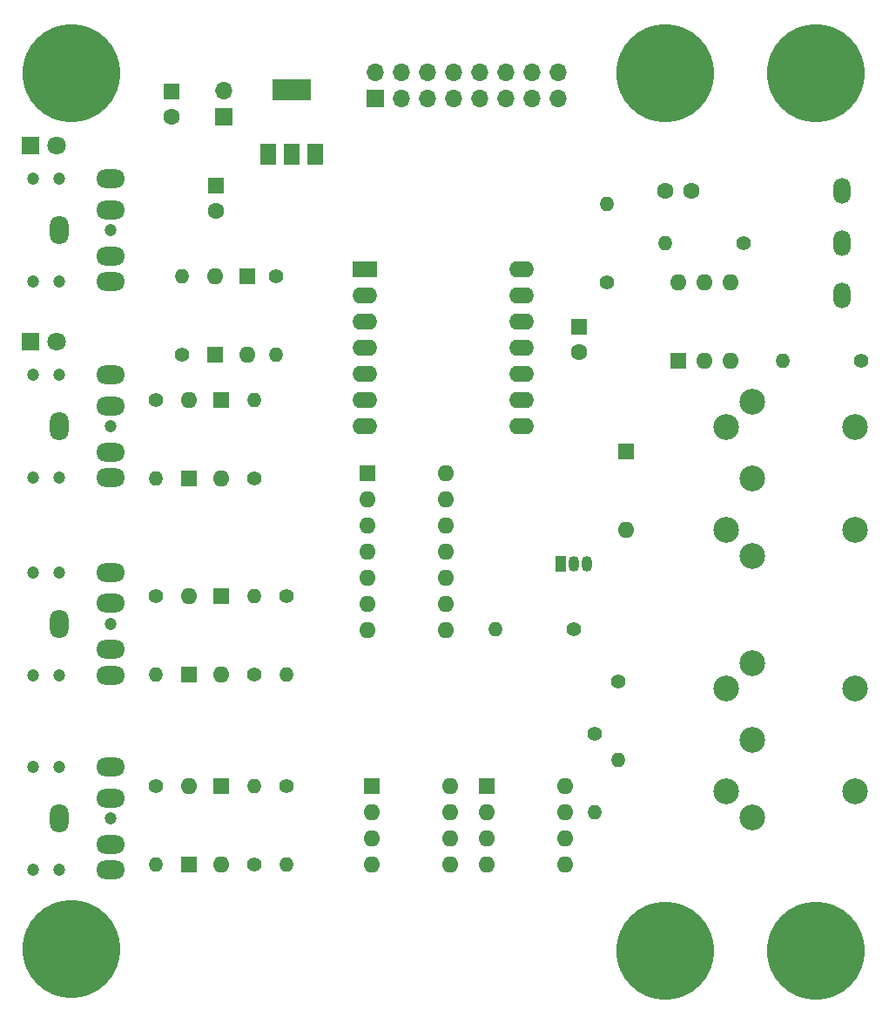
<source format=gts>
%TF.GenerationSoftware,KiCad,Pcbnew,(6.0.1)*%
%TF.CreationDate,2022-09-24T11:45:24-04:00*%
%TF.ProjectId,SYNTH-MIDI-CTL-01,53594e54-482d-44d4-9944-492d43544c2d,1*%
%TF.SameCoordinates,Original*%
%TF.FileFunction,Soldermask,Top*%
%TF.FilePolarity,Negative*%
%FSLAX46Y46*%
G04 Gerber Fmt 4.6, Leading zero omitted, Abs format (unit mm)*
G04 Created by KiCad (PCBNEW (6.0.1)) date 2022-09-24 11:45:24*
%MOMM*%
%LPD*%
G01*
G04 APERTURE LIST*
%ADD10R,1.600000X1.600000*%
%ADD11C,1.600000*%
%ADD12O,1.600000X1.600000*%
%ADD13C,9.525000*%
%ADD14O,1.651000X2.540000*%
%ADD15C,1.400000*%
%ADD16O,1.400000X1.400000*%
%ADD17C,1.200000*%
%ADD18O,2.800000X1.800000*%
%ADD19O,1.800000X2.800000*%
%ADD20C,2.500000*%
%ADD21R,1.700000X1.700000*%
%ADD22O,1.700000X1.700000*%
%ADD23R,1.050000X1.500000*%
%ADD24O,1.050000X1.500000*%
%ADD25R,2.400000X1.600000*%
%ADD26O,2.400000X1.600000*%
%ADD27R,1.800000X1.800000*%
%ADD28C,1.800000*%
%ADD29R,1.500000X2.000000*%
%ADD30R,3.800000X2.000000*%
G04 APERTURE END LIST*
D10*
%TO.C,C3*%
X106172000Y-39434888D03*
D11*
X106172000Y-41934888D03*
%TD*%
D10*
%TO.C,D4*%
X106680000Y-60325000D03*
D12*
X106680000Y-67945000D03*
%TD*%
D10*
%TO.C,C2*%
X141478000Y-53150888D03*
D11*
X141478000Y-55650888D03*
%TD*%
D10*
%TO.C,D9*%
X106680000Y-97790000D03*
D12*
X106680000Y-105410000D03*
%TD*%
D13*
%TO.C,MTG2*%
X92075000Y-113665000D03*
%TD*%
D14*
%TO.C,RV1*%
X167005000Y-40010000D03*
X167005000Y-45090000D03*
X167005000Y-50170000D03*
%TD*%
D13*
%TO.C,MTG3*%
X164465000Y-28575000D03*
%TD*%
%TO.C,MTG6*%
X149860000Y-113792000D03*
%TD*%
D15*
%TO.C,R8*%
X100330000Y-79375000D03*
D16*
X100330000Y-86995000D03*
%TD*%
D15*
%TO.C,R6*%
X100330000Y-60325000D03*
D16*
X100330000Y-67945000D03*
%TD*%
D15*
%TO.C,R5*%
X168910000Y-56515000D03*
D16*
X161290000Y-56515000D03*
%TD*%
D15*
%TO.C,R15*%
X109855000Y-105410000D03*
D16*
X109855000Y-97790000D03*
%TD*%
D17*
%TO.C,J3*%
X88432000Y-67865000D03*
X95932000Y-62865000D03*
X88432000Y-57865000D03*
X90932000Y-57865000D03*
X90932000Y-67865000D03*
D18*
X95932000Y-57865000D03*
X95932000Y-60865000D03*
D19*
X90932000Y-62865000D03*
D18*
X95932000Y-67865000D03*
X95932000Y-65365000D03*
%TD*%
D10*
%TO.C,U3*%
X151145000Y-56505000D03*
D12*
X153685000Y-56505000D03*
X156225000Y-56505000D03*
X156225000Y-48885000D03*
X153685000Y-48885000D03*
X151145000Y-48885000D03*
%TD*%
D17*
%TO.C,J5*%
X90932000Y-77042000D03*
X88432000Y-77042000D03*
X95932000Y-82042000D03*
X90932000Y-87042000D03*
X88432000Y-87042000D03*
D18*
X95932000Y-77042000D03*
X95932000Y-80042000D03*
D19*
X90932000Y-82042000D03*
D18*
X95932000Y-87042000D03*
X95932000Y-84542000D03*
%TD*%
D10*
%TO.C,D6*%
X103505000Y-86995000D03*
D12*
X103505000Y-79375000D03*
%TD*%
D10*
%TO.C,U6*%
X132471000Y-97800000D03*
D12*
X132471000Y-100340000D03*
X132471000Y-102880000D03*
X132471000Y-105420000D03*
X140091000Y-105420000D03*
X140091000Y-102880000D03*
X140091000Y-100340000D03*
X140091000Y-97800000D03*
%TD*%
D15*
%TO.C,R9*%
X109855000Y-86995000D03*
D16*
X109855000Y-79375000D03*
%TD*%
D10*
%TO.C,D5*%
X146050000Y-65278000D03*
D12*
X146050000Y-72898000D03*
%TD*%
D15*
%TO.C,R14*%
X100330000Y-97790000D03*
D16*
X100330000Y-105410000D03*
%TD*%
D10*
%TO.C,D8*%
X103505000Y-105410000D03*
D12*
X103505000Y-97790000D03*
%TD*%
D10*
%TO.C,D3*%
X103505000Y-67945000D03*
D12*
X103505000Y-60325000D03*
%TD*%
D10*
%TO.C,D1*%
X106045000Y-55880000D03*
D12*
X106045000Y-48260000D03*
%TD*%
D10*
%TO.C,U5*%
X121295000Y-97800000D03*
D12*
X121295000Y-100340000D03*
X121295000Y-102880000D03*
X121295000Y-105420000D03*
X128915000Y-105420000D03*
X128915000Y-102880000D03*
X128915000Y-100340000D03*
X128915000Y-97800000D03*
%TD*%
D20*
%TO.C,J6*%
X158290000Y-85845000D03*
X158290000Y-93345000D03*
X158290000Y-100845000D03*
X155790000Y-88345000D03*
X155790000Y-98345000D03*
X168290000Y-98345000D03*
X168290000Y-88345000D03*
%TD*%
D15*
%TO.C,R10*%
X113030000Y-79375000D03*
D16*
X113030000Y-86995000D03*
%TD*%
D15*
%TO.C,R3*%
X102870000Y-55880000D03*
D16*
X102870000Y-48260000D03*
%TD*%
D13*
%TO.C,MTG5*%
X149860000Y-28575000D03*
%TD*%
D10*
%TO.C,D7*%
X106680000Y-79375000D03*
D12*
X106680000Y-86995000D03*
%TD*%
D21*
%TO.C,J1*%
X121666000Y-31050000D03*
D22*
X121666000Y-28510000D03*
X124206000Y-31050000D03*
X124206000Y-28510000D03*
X126746000Y-31050000D03*
X126746000Y-28510000D03*
X129286000Y-31050000D03*
X129286000Y-28510000D03*
X131826000Y-31050000D03*
X131826000Y-28510000D03*
X134366000Y-31050000D03*
X134366000Y-28510000D03*
X136906000Y-31050000D03*
X136906000Y-28510000D03*
X139446000Y-31050000D03*
X139446000Y-28510000D03*
%TD*%
D15*
%TO.C,R13*%
X143002000Y-92710000D03*
D16*
X143002000Y-100330000D03*
%TD*%
D15*
%TO.C,R2*%
X157480000Y-45085000D03*
D16*
X149860000Y-45085000D03*
%TD*%
D23*
%TO.C,Q1*%
X139700000Y-76200000D03*
D24*
X140970000Y-76200000D03*
X142240000Y-76200000D03*
%TD*%
D25*
%TO.C,U2*%
X120650000Y-47625000D03*
D26*
X120650000Y-50165000D03*
X120650000Y-52705000D03*
X120650000Y-55245000D03*
X120650000Y-57785000D03*
X120650000Y-60325000D03*
X120650000Y-62865000D03*
X135890000Y-62865000D03*
X135890000Y-60325000D03*
X135890000Y-57785000D03*
X135890000Y-55245000D03*
X135890000Y-52705000D03*
X135890000Y-50165000D03*
X135890000Y-47625000D03*
%TD*%
D10*
%TO.C,D2*%
X109220000Y-48260000D03*
D12*
X109220000Y-55880000D03*
%TD*%
D21*
%TO.C,H1*%
X106934000Y-32771000D03*
D22*
X106934000Y-30231000D03*
%TD*%
D13*
%TO.C,MTG4*%
X164465000Y-113792000D03*
%TD*%
%TO.C,MTG1*%
X92075000Y-28575000D03*
%TD*%
D15*
%TO.C,R16*%
X113030000Y-97790000D03*
D16*
X113030000Y-105410000D03*
%TD*%
D15*
%TO.C,R1*%
X144145000Y-48895000D03*
D16*
X144145000Y-41275000D03*
%TD*%
D15*
%TO.C,R4*%
X112014000Y-48260000D03*
D16*
X112014000Y-55880000D03*
%TD*%
D15*
%TO.C,R7*%
X109855000Y-67945000D03*
D16*
X109855000Y-60325000D03*
%TD*%
D20*
%TO.C,J4*%
X158290000Y-60445000D03*
X158290000Y-67945000D03*
X158290000Y-75445000D03*
X155790000Y-62945000D03*
X155790000Y-72945000D03*
X168290000Y-72945000D03*
X168290000Y-62945000D03*
%TD*%
D15*
%TO.C,R12*%
X145288000Y-87630000D03*
D16*
X145288000Y-95250000D03*
%TD*%
D27*
%TO.C,DS1*%
X88133000Y-35560000D03*
D28*
X90673000Y-35560000D03*
%TD*%
D17*
%TO.C,J2*%
X88432000Y-38815000D03*
X90932000Y-38815000D03*
X95932000Y-43815000D03*
X90932000Y-48815000D03*
X88432000Y-48815000D03*
D18*
X95932000Y-38815000D03*
X95932000Y-41815000D03*
D19*
X90932000Y-43815000D03*
D18*
X95932000Y-48815000D03*
X95932000Y-46315000D03*
%TD*%
D10*
%TO.C,C1*%
X101854000Y-30290888D03*
D11*
X101854000Y-32790888D03*
%TD*%
D17*
%TO.C,J7*%
X90932000Y-95965000D03*
X88432000Y-95965000D03*
X90932000Y-105965000D03*
X95932000Y-100965000D03*
X88432000Y-105965000D03*
D18*
X95932000Y-95965000D03*
X95932000Y-98965000D03*
D19*
X90932000Y-100965000D03*
D18*
X95932000Y-105965000D03*
X95932000Y-103465000D03*
%TD*%
D27*
%TO.C,DS2*%
X88133000Y-54610000D03*
D28*
X90673000Y-54610000D03*
%TD*%
D10*
%TO.C,U4*%
X120870000Y-67450000D03*
D12*
X120870000Y-69990000D03*
X120870000Y-72530000D03*
X120870000Y-75070000D03*
X120870000Y-77610000D03*
X120870000Y-80150000D03*
X120870000Y-82690000D03*
X128490000Y-82690000D03*
X128490000Y-80150000D03*
X128490000Y-77610000D03*
X128490000Y-75070000D03*
X128490000Y-72530000D03*
X128490000Y-69990000D03*
X128490000Y-67450000D03*
%TD*%
D15*
%TO.C,R11*%
X140970000Y-82550000D03*
D16*
X133350000Y-82550000D03*
%TD*%
D29*
%TO.C,U1*%
X111238000Y-36424000D03*
X113538000Y-36424000D03*
X115838000Y-36424000D03*
D30*
X113538000Y-30124000D03*
%TD*%
D11*
%TO.C,C4*%
X149880000Y-40005000D03*
X152380000Y-40005000D03*
%TD*%
M02*

</source>
